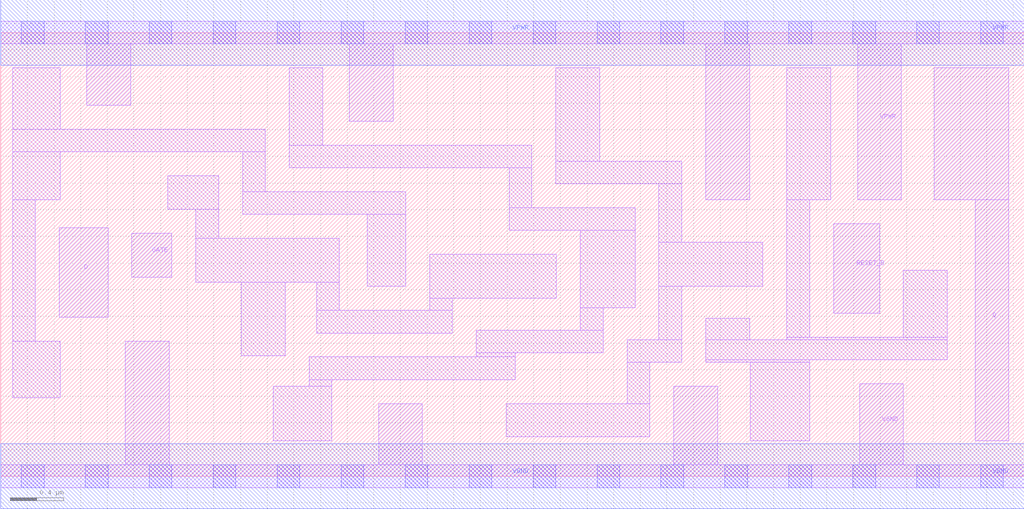
<source format=lef>
# Copyright 2020 The SkyWater PDK Authors
#
# Licensed under the Apache License, Version 2.0 (the "License");
# you may not use this file except in compliance with the License.
# You may obtain a copy of the License at
#
#     https://www.apache.org/licenses/LICENSE-2.0
#
# Unless required by applicable law or agreed to in writing, software
# distributed under the License is distributed on an "AS IS" BASIS,
# WITHOUT WARRANTIES OR CONDITIONS OF ANY KIND, either express or implied.
# See the License for the specific language governing permissions and
# limitations under the License.
#
# SPDX-License-Identifier: Apache-2.0

VERSION 5.7 ;
  NAMESCASESENSITIVE ON ;
  NOWIREEXTENSIONATPIN ON ;
  DIVIDERCHAR "/" ;
  BUSBITCHARS "[]" ;
UNITS
  DATABASE MICRONS 200 ;
END UNITS
MACRO sky130_fd_sc_lp__dlrtp_lp2
  CLASS CORE ;
  SOURCE USER ;
  FOREIGN sky130_fd_sc_lp__dlrtp_lp2 ;
  ORIGIN  0.000000  0.000000 ;
  SIZE  7.680000 BY  3.330000 ;
  SYMMETRY X Y R90 ;
  SITE unit ;
  PIN D
    ANTENNAGATEAREA  0.376000 ;
    DIRECTION INPUT ;
    USE SIGNAL ;
    PORT
      LAYER li1 ;
        RECT 0.440000 1.195000 0.805000 1.865000 ;
    END
  END D
  PIN Q
    ANTENNADIFFAREA  0.404700 ;
    DIRECTION OUTPUT ;
    USE SIGNAL ;
    PORT
      LAYER li1 ;
        RECT 7.005000 2.075000 7.565000 3.065000 ;
        RECT 7.315000 0.265000 7.565000 2.075000 ;
    END
  END Q
  PIN RESET_B
    ANTENNAGATEAREA  0.313000 ;
    DIRECTION INPUT ;
    USE SIGNAL ;
    PORT
      LAYER li1 ;
        RECT 6.250000 1.225000 6.595000 1.895000 ;
    END
  END RESET_B
  PIN GATE
    ANTENNAGATEAREA  0.376000 ;
    DIRECTION INPUT ;
    USE CLOCK ;
    PORT
      LAYER li1 ;
        RECT 0.985000 1.495000 1.285000 1.825000 ;
    END
  END GATE
  PIN VGND
    DIRECTION INOUT ;
    USE GROUND ;
    PORT
      LAYER li1 ;
        RECT 0.000000 -0.085000 7.680000 0.085000 ;
        RECT 0.935000  0.085000 1.265000 1.015000 ;
        RECT 2.835000  0.085000 3.165000 0.545000 ;
        RECT 5.050000  0.085000 5.380000 0.675000 ;
        RECT 6.445000  0.085000 6.775000 0.695000 ;
      LAYER mcon ;
        RECT 0.155000 -0.085000 0.325000 0.085000 ;
        RECT 0.635000 -0.085000 0.805000 0.085000 ;
        RECT 1.115000 -0.085000 1.285000 0.085000 ;
        RECT 1.595000 -0.085000 1.765000 0.085000 ;
        RECT 2.075000 -0.085000 2.245000 0.085000 ;
        RECT 2.555000 -0.085000 2.725000 0.085000 ;
        RECT 3.035000 -0.085000 3.205000 0.085000 ;
        RECT 3.515000 -0.085000 3.685000 0.085000 ;
        RECT 3.995000 -0.085000 4.165000 0.085000 ;
        RECT 4.475000 -0.085000 4.645000 0.085000 ;
        RECT 4.955000 -0.085000 5.125000 0.085000 ;
        RECT 5.435000 -0.085000 5.605000 0.085000 ;
        RECT 5.915000 -0.085000 6.085000 0.085000 ;
        RECT 6.395000 -0.085000 6.565000 0.085000 ;
        RECT 6.875000 -0.085000 7.045000 0.085000 ;
        RECT 7.355000 -0.085000 7.525000 0.085000 ;
      LAYER met1 ;
        RECT 0.000000 -0.245000 7.680000 0.245000 ;
    END
  END VGND
  PIN VPWR
    DIRECTION INOUT ;
    USE POWER ;
    PORT
      LAYER li1 ;
        RECT 0.000000 3.245000 7.680000 3.415000 ;
        RECT 0.645000 2.785000 0.975000 3.245000 ;
        RECT 2.615000 2.665000 2.945000 3.245000 ;
        RECT 5.290000 2.075000 5.620000 3.245000 ;
        RECT 6.430000 2.075000 6.760000 3.245000 ;
      LAYER mcon ;
        RECT 0.155000 3.245000 0.325000 3.415000 ;
        RECT 0.635000 3.245000 0.805000 3.415000 ;
        RECT 1.115000 3.245000 1.285000 3.415000 ;
        RECT 1.595000 3.245000 1.765000 3.415000 ;
        RECT 2.075000 3.245000 2.245000 3.415000 ;
        RECT 2.555000 3.245000 2.725000 3.415000 ;
        RECT 3.035000 3.245000 3.205000 3.415000 ;
        RECT 3.515000 3.245000 3.685000 3.415000 ;
        RECT 3.995000 3.245000 4.165000 3.415000 ;
        RECT 4.475000 3.245000 4.645000 3.415000 ;
        RECT 4.955000 3.245000 5.125000 3.415000 ;
        RECT 5.435000 3.245000 5.605000 3.415000 ;
        RECT 5.915000 3.245000 6.085000 3.415000 ;
        RECT 6.395000 3.245000 6.565000 3.415000 ;
        RECT 6.875000 3.245000 7.045000 3.415000 ;
        RECT 7.355000 3.245000 7.525000 3.415000 ;
      LAYER met1 ;
        RECT 0.000000 3.085000 7.680000 3.575000 ;
    END
  END VPWR
  OBS
    LAYER li1 ;
      RECT 0.090000 0.590000 0.445000 1.015000 ;
      RECT 0.090000 1.015000 0.260000 2.075000 ;
      RECT 0.090000 2.075000 0.445000 2.435000 ;
      RECT 0.090000 2.435000 1.985000 2.605000 ;
      RECT 0.090000 2.605000 0.445000 3.065000 ;
      RECT 1.255000 2.005000 1.635000 2.255000 ;
      RECT 1.465000 1.455000 2.540000 1.785000 ;
      RECT 1.465000 1.785000 1.635000 2.005000 ;
      RECT 1.805000 0.905000 2.135000 1.455000 ;
      RECT 1.815000 1.965000 3.040000 2.135000 ;
      RECT 1.815000 2.135000 1.985000 2.435000 ;
      RECT 2.045000 0.265000 2.485000 0.675000 ;
      RECT 2.165000 2.315000 3.985000 2.485000 ;
      RECT 2.165000 2.485000 2.415000 3.065000 ;
      RECT 2.315000 0.675000 2.485000 0.725000 ;
      RECT 2.315000 0.725000 3.860000 0.895000 ;
      RECT 2.370000 1.075000 3.390000 1.245000 ;
      RECT 2.370000 1.245000 2.540000 1.455000 ;
      RECT 2.750000 1.425000 3.040000 1.965000 ;
      RECT 3.220000 1.245000 3.390000 1.335000 ;
      RECT 3.220000 1.335000 4.170000 1.665000 ;
      RECT 3.570000 0.895000 3.860000 0.925000 ;
      RECT 3.570000 0.925000 4.520000 1.095000 ;
      RECT 3.795000 0.295000 4.870000 0.545000 ;
      RECT 3.815000 1.845000 4.760000 2.015000 ;
      RECT 3.815000 2.015000 3.985000 2.315000 ;
      RECT 4.165000 2.195000 5.110000 2.365000 ;
      RECT 4.165000 2.365000 4.495000 3.065000 ;
      RECT 4.350000 1.095000 4.520000 1.265000 ;
      RECT 4.350000 1.265000 4.760000 1.845000 ;
      RECT 4.700000 0.545000 4.870000 0.855000 ;
      RECT 4.700000 0.855000 5.110000 1.025000 ;
      RECT 4.940000 1.025000 5.110000 1.425000 ;
      RECT 4.940000 1.425000 5.720000 1.755000 ;
      RECT 4.940000 1.755000 5.110000 2.195000 ;
      RECT 5.290000 0.855000 6.070000 0.875000 ;
      RECT 5.290000 0.875000 7.105000 1.025000 ;
      RECT 5.290000 1.025000 5.620000 1.185000 ;
      RECT 5.625000 0.265000 6.070000 0.855000 ;
      RECT 5.900000 1.025000 7.105000 1.045000 ;
      RECT 5.900000 1.045000 6.070000 2.075000 ;
      RECT 5.900000 2.075000 6.230000 3.065000 ;
      RECT 6.775000 1.045000 7.105000 1.545000 ;
  END
END sky130_fd_sc_lp__dlrtp_lp2

</source>
